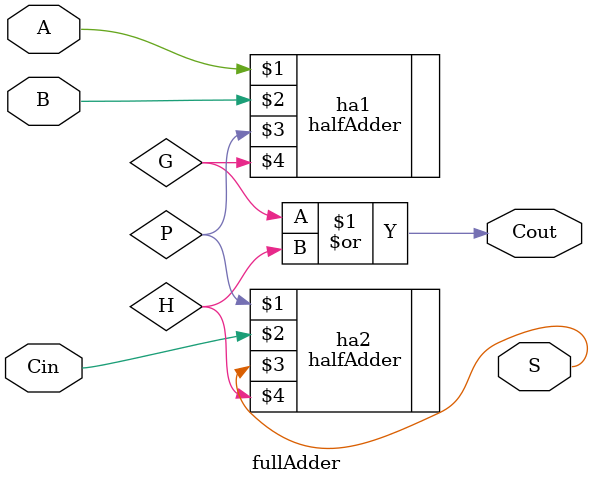
<source format=v>
module fullAdder(
    input A, 
    input B, 
    input Cin, 
    output S, 
    output Cout
	);

	wire P, G, H;
	halfAdder ha1(A,B,P,G);
	halfAdder ha2(P,Cin,S,H);
	// // Otra forma de instanciar
	// // No tiene que respetarse el
	// // Orden
	// half_adder ha2(
	// 	.A(P),
	// 	.B(Cin),
	// 	.S(S),
	// 	.Cout(H)
	// );

	or(Cout, G, H);

endmodule
</source>
